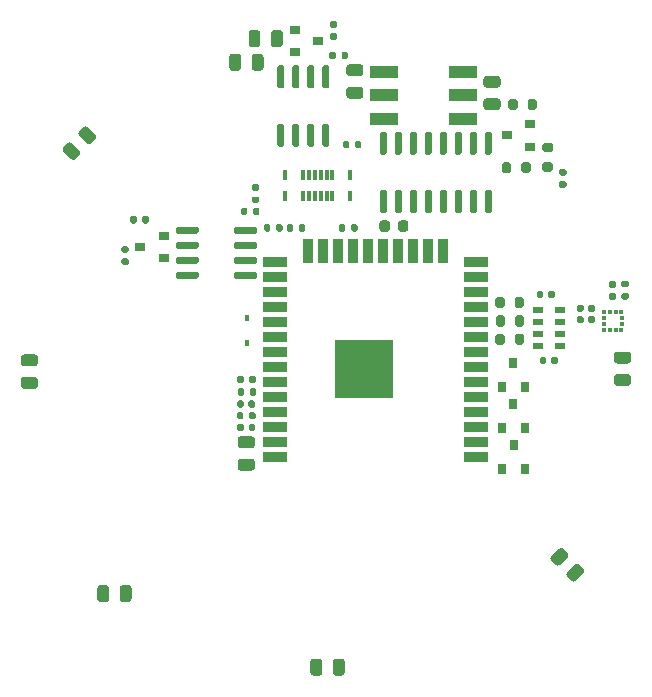
<source format=gbr>
%TF.GenerationSoftware,KiCad,Pcbnew,(5.1.10)-1*%
%TF.CreationDate,2021-12-05T21:12:05-05:00*%
%TF.ProjectId,poi_PCB,706f695f-5043-4422-9e6b-696361645f70,rev?*%
%TF.SameCoordinates,Original*%
%TF.FileFunction,Paste,Bot*%
%TF.FilePolarity,Positive*%
%FSLAX46Y46*%
G04 Gerber Fmt 4.6, Leading zero omitted, Abs format (unit mm)*
G04 Created by KiCad (PCBNEW (5.1.10)-1) date 2021-12-05 21:12:05*
%MOMM*%
%LPD*%
G01*
G04 APERTURE LIST*
%ADD10R,0.800000X0.900000*%
%ADD11R,0.375000X0.350000*%
%ADD12R,0.350000X0.375000*%
%ADD13R,0.300000X0.870000*%
%ADD14R,2.000000X0.900000*%
%ADD15R,0.900000X2.000000*%
%ADD16R,5.000000X5.000000*%
%ADD17R,2.350000X1.000000*%
%ADD18R,0.900000X0.600000*%
%ADD19R,0.900000X0.800000*%
%ADD20R,0.450000X0.600000*%
G04 APERTURE END LIST*
D10*
%TO.C,Q8*%
X123373940Y-83705740D03*
X122423940Y-85705740D03*
X124323940Y-85705740D03*
%TD*%
%TO.C,Q7*%
X123356160Y-80253880D03*
X122406160Y-82253880D03*
X124306160Y-82253880D03*
%TD*%
%TO.C,Q6*%
X123356160Y-76789320D03*
X122406160Y-78789320D03*
X124306160Y-78789320D03*
%TD*%
D11*
%TO.C,U5*%
X130993440Y-72941920D03*
X130993440Y-73441920D03*
X132518440Y-73441920D03*
X132518440Y-72941920D03*
D12*
X131005940Y-73954420D03*
X131005940Y-72429420D03*
X132505940Y-73954420D03*
X132505940Y-72429420D03*
X132005940Y-73954420D03*
X131505940Y-73954420D03*
X132005940Y-72429420D03*
X131505940Y-72429420D03*
%TD*%
D13*
%TO.C,J4*%
X104036000Y-62579000D03*
X109536000Y-62579000D03*
X106536000Y-62579000D03*
X107036000Y-62579000D03*
X106036000Y-62579000D03*
X105536000Y-62579000D03*
X107536000Y-62579000D03*
X108036000Y-62579000D03*
X104036000Y-60849000D03*
X109536000Y-60849000D03*
X106536000Y-60849000D03*
X107036000Y-60849000D03*
X106036000Y-60849000D03*
X105536000Y-60849000D03*
X107536000Y-60849000D03*
X108036000Y-60849000D03*
%TD*%
D14*
%TO.C,U1*%
X120210000Y-84754000D03*
X120210000Y-83484000D03*
X120210000Y-82214000D03*
X120210000Y-80944000D03*
X120210000Y-79674000D03*
X120210000Y-78404000D03*
X120210000Y-77134000D03*
X120210000Y-75864000D03*
X120210000Y-74594000D03*
X120210000Y-73324000D03*
X120210000Y-72054000D03*
X120210000Y-70784000D03*
X120210000Y-69514000D03*
X120210000Y-68244000D03*
D15*
X117425000Y-67244000D03*
X116155000Y-67244000D03*
X114885000Y-67244000D03*
X113615000Y-67244000D03*
X112345000Y-67244000D03*
X111075000Y-67244000D03*
X109805000Y-67244000D03*
X108535000Y-67244000D03*
X107265000Y-67244000D03*
X105995000Y-67244000D03*
D14*
X103210000Y-68244000D03*
X103210000Y-69514000D03*
X103210000Y-70784000D03*
X103210000Y-72054000D03*
X103210000Y-73324000D03*
X103210000Y-74594000D03*
X103210000Y-75864000D03*
X103210000Y-77134000D03*
X103210000Y-78404000D03*
X103210000Y-79674000D03*
X103210000Y-80944000D03*
X103210000Y-82214000D03*
X103210000Y-83484000D03*
X103210000Y-84754000D03*
D16*
X110710000Y-77254000D03*
%TD*%
%TO.C,R23*%
G36*
G01*
X101712400Y-62185400D02*
X101342400Y-62185400D01*
G75*
G02*
X101207400Y-62050400I0J135000D01*
G01*
X101207400Y-61780400D01*
G75*
G02*
X101342400Y-61645400I135000J0D01*
G01*
X101712400Y-61645400D01*
G75*
G02*
X101847400Y-61780400I0J-135000D01*
G01*
X101847400Y-62050400D01*
G75*
G02*
X101712400Y-62185400I-135000J0D01*
G01*
G37*
G36*
G01*
X101712400Y-63205400D02*
X101342400Y-63205400D01*
G75*
G02*
X101207400Y-63070400I0J135000D01*
G01*
X101207400Y-62800400D01*
G75*
G02*
X101342400Y-62665400I135000J0D01*
G01*
X101712400Y-62665400D01*
G75*
G02*
X101847400Y-62800400I0J-135000D01*
G01*
X101847400Y-63070400D01*
G75*
G02*
X101712400Y-63205400I-135000J0D01*
G01*
G37*
%TD*%
%TO.C,R22*%
G36*
G01*
X101312200Y-64111000D02*
X101312200Y-63741000D01*
G75*
G02*
X101447200Y-63606000I135000J0D01*
G01*
X101717200Y-63606000D01*
G75*
G02*
X101852200Y-63741000I0J-135000D01*
G01*
X101852200Y-64111000D01*
G75*
G02*
X101717200Y-64246000I-135000J0D01*
G01*
X101447200Y-64246000D01*
G75*
G02*
X101312200Y-64111000I0J135000D01*
G01*
G37*
G36*
G01*
X100292200Y-64111000D02*
X100292200Y-63741000D01*
G75*
G02*
X100427200Y-63606000I135000J0D01*
G01*
X100697200Y-63606000D01*
G75*
G02*
X100832200Y-63741000I0J-135000D01*
G01*
X100832200Y-64111000D01*
G75*
G02*
X100697200Y-64246000I-135000J0D01*
G01*
X100427200Y-64246000D01*
G75*
G02*
X100292200Y-64111000I0J135000D01*
G01*
G37*
%TD*%
%TO.C,R21*%
G36*
G01*
X100525400Y-77990400D02*
X100525400Y-78360400D01*
G75*
G02*
X100390400Y-78495400I-135000J0D01*
G01*
X100120400Y-78495400D01*
G75*
G02*
X99985400Y-78360400I0J135000D01*
G01*
X99985400Y-77990400D01*
G75*
G02*
X100120400Y-77855400I135000J0D01*
G01*
X100390400Y-77855400D01*
G75*
G02*
X100525400Y-77990400I0J-135000D01*
G01*
G37*
G36*
G01*
X101545400Y-77990400D02*
X101545400Y-78360400D01*
G75*
G02*
X101410400Y-78495400I-135000J0D01*
G01*
X101140400Y-78495400D01*
G75*
G02*
X101005400Y-78360400I0J135000D01*
G01*
X101005400Y-77990400D01*
G75*
G02*
X101140400Y-77855400I135000J0D01*
G01*
X101410400Y-77855400D01*
G75*
G02*
X101545400Y-77990400I0J-135000D01*
G01*
G37*
%TD*%
%TO.C,R16*%
G36*
G01*
X101020601Y-79389399D02*
X101020601Y-79019399D01*
G75*
G02*
X101155601Y-78884399I135000J0D01*
G01*
X101425601Y-78884399D01*
G75*
G02*
X101560601Y-79019399I0J-135000D01*
G01*
X101560601Y-79389399D01*
G75*
G02*
X101425601Y-79524399I-135000J0D01*
G01*
X101155601Y-79524399D01*
G75*
G02*
X101020601Y-79389399I0J135000D01*
G01*
G37*
G36*
G01*
X100000601Y-79389399D02*
X100000601Y-79019399D01*
G75*
G02*
X100135601Y-78884399I135000J0D01*
G01*
X100405601Y-78884399D01*
G75*
G02*
X100540601Y-79019399I0J-135000D01*
G01*
X100540601Y-79389399D01*
G75*
G02*
X100405601Y-79524399I-135000J0D01*
G01*
X100135601Y-79524399D01*
G75*
G02*
X100000601Y-79389399I0J135000D01*
G01*
G37*
%TD*%
D17*
%TO.C,SW3*%
X119084500Y-56093500D03*
X112434500Y-56093500D03*
X119084500Y-54093500D03*
X112434500Y-54093500D03*
X119084500Y-52093500D03*
X112434500Y-52093500D03*
%TD*%
D18*
%TO.C,MK1*%
X125418600Y-75281200D03*
X125418600Y-74281200D03*
X125418600Y-73281200D03*
X125418600Y-72281200D03*
X127318600Y-72281200D03*
X127318600Y-73281200D03*
X127318600Y-74281200D03*
X127318600Y-75281200D03*
%TD*%
D19*
%TO.C,Q4*%
X106836000Y-49514000D03*
X104836000Y-48564000D03*
X104836000Y-50464000D03*
%TD*%
%TO.C,Q2*%
X91739000Y-66923200D03*
X93739000Y-67873200D03*
X93739000Y-65973200D03*
%TD*%
%TO.C,R20*%
G36*
G01*
X131543000Y-70865980D02*
X131913000Y-70865980D01*
G75*
G02*
X132048000Y-71000980I0J-135000D01*
G01*
X132048000Y-71270980D01*
G75*
G02*
X131913000Y-71405980I-135000J0D01*
G01*
X131543000Y-71405980D01*
G75*
G02*
X131408000Y-71270980I0J135000D01*
G01*
X131408000Y-71000980D01*
G75*
G02*
X131543000Y-70865980I135000J0D01*
G01*
G37*
G36*
G01*
X131543000Y-69845980D02*
X131913000Y-69845980D01*
G75*
G02*
X132048000Y-69980980I0J-135000D01*
G01*
X132048000Y-70250980D01*
G75*
G02*
X131913000Y-70385980I-135000J0D01*
G01*
X131543000Y-70385980D01*
G75*
G02*
X131408000Y-70250980I0J135000D01*
G01*
X131408000Y-69980980D01*
G75*
G02*
X131543000Y-69845980I135000J0D01*
G01*
G37*
%TD*%
%TO.C,R19*%
G36*
G01*
X132622500Y-70848200D02*
X132992500Y-70848200D01*
G75*
G02*
X133127500Y-70983200I0J-135000D01*
G01*
X133127500Y-71253200D01*
G75*
G02*
X132992500Y-71388200I-135000J0D01*
G01*
X132622500Y-71388200D01*
G75*
G02*
X132487500Y-71253200I0J135000D01*
G01*
X132487500Y-70983200D01*
G75*
G02*
X132622500Y-70848200I135000J0D01*
G01*
G37*
G36*
G01*
X132622500Y-69828200D02*
X132992500Y-69828200D01*
G75*
G02*
X133127500Y-69963200I0J-135000D01*
G01*
X133127500Y-70233200D01*
G75*
G02*
X132992500Y-70368200I-135000J0D01*
G01*
X132622500Y-70368200D01*
G75*
G02*
X132487500Y-70233200I0J135000D01*
G01*
X132487500Y-69963200D01*
G75*
G02*
X132622500Y-69828200I135000J0D01*
G01*
G37*
%TD*%
%TO.C,C15*%
G36*
G01*
X129292800Y-72925400D02*
X129292800Y-73265400D01*
G75*
G02*
X129152800Y-73405400I-140000J0D01*
G01*
X128872800Y-73405400D01*
G75*
G02*
X128732800Y-73265400I0J140000D01*
G01*
X128732800Y-72925400D01*
G75*
G02*
X128872800Y-72785400I140000J0D01*
G01*
X129152800Y-72785400D01*
G75*
G02*
X129292800Y-72925400I0J-140000D01*
G01*
G37*
G36*
G01*
X130252800Y-72925400D02*
X130252800Y-73265400D01*
G75*
G02*
X130112800Y-73405400I-140000J0D01*
G01*
X129832800Y-73405400D01*
G75*
G02*
X129692800Y-73265400I0J140000D01*
G01*
X129692800Y-72925400D01*
G75*
G02*
X129832800Y-72785400I140000J0D01*
G01*
X130112800Y-72785400D01*
G75*
G02*
X130252800Y-72925400I0J-140000D01*
G01*
G37*
%TD*%
%TO.C,C13*%
G36*
G01*
X129292800Y-71960200D02*
X129292800Y-72300200D01*
G75*
G02*
X129152800Y-72440200I-140000J0D01*
G01*
X128872800Y-72440200D01*
G75*
G02*
X128732800Y-72300200I0J140000D01*
G01*
X128732800Y-71960200D01*
G75*
G02*
X128872800Y-71820200I140000J0D01*
G01*
X129152800Y-71820200D01*
G75*
G02*
X129292800Y-71960200I0J-140000D01*
G01*
G37*
G36*
G01*
X130252800Y-71960200D02*
X130252800Y-72300200D01*
G75*
G02*
X130112800Y-72440200I-140000J0D01*
G01*
X129832800Y-72440200D01*
G75*
G02*
X129692800Y-72300200I0J140000D01*
G01*
X129692800Y-71960200D01*
G75*
G02*
X129832800Y-71820200I140000J0D01*
G01*
X130112800Y-71820200D01*
G75*
G02*
X130252800Y-71960200I0J-140000D01*
G01*
G37*
%TD*%
%TO.C,R18*%
G36*
G01*
X108323200Y-50533000D02*
X108323200Y-50903000D01*
G75*
G02*
X108188200Y-51038000I-135000J0D01*
G01*
X107918200Y-51038000D01*
G75*
G02*
X107783200Y-50903000I0J135000D01*
G01*
X107783200Y-50533000D01*
G75*
G02*
X107918200Y-50398000I135000J0D01*
G01*
X108188200Y-50398000D01*
G75*
G02*
X108323200Y-50533000I0J-135000D01*
G01*
G37*
G36*
G01*
X109343200Y-50533000D02*
X109343200Y-50903000D01*
G75*
G02*
X109208200Y-51038000I-135000J0D01*
G01*
X108938200Y-51038000D01*
G75*
G02*
X108803200Y-50903000I0J135000D01*
G01*
X108803200Y-50533000D01*
G75*
G02*
X108938200Y-50398000I135000J0D01*
G01*
X109208200Y-50398000D01*
G75*
G02*
X109343200Y-50533000I0J-135000D01*
G01*
G37*
%TD*%
%TO.C,R17*%
G36*
G01*
X107921000Y-48849800D02*
X108291000Y-48849800D01*
G75*
G02*
X108426000Y-48984800I0J-135000D01*
G01*
X108426000Y-49254800D01*
G75*
G02*
X108291000Y-49389800I-135000J0D01*
G01*
X107921000Y-49389800D01*
G75*
G02*
X107786000Y-49254800I0J135000D01*
G01*
X107786000Y-48984800D01*
G75*
G02*
X107921000Y-48849800I135000J0D01*
G01*
G37*
G36*
G01*
X107921000Y-47829800D02*
X108291000Y-47829800D01*
G75*
G02*
X108426000Y-47964800I0J-135000D01*
G01*
X108426000Y-48234800D01*
G75*
G02*
X108291000Y-48369800I-135000J0D01*
G01*
X107921000Y-48369800D01*
G75*
G02*
X107786000Y-48234800I0J135000D01*
G01*
X107786000Y-47964800D01*
G75*
G02*
X107921000Y-47829800I135000J0D01*
G01*
G37*
%TD*%
%TO.C,R13*%
G36*
G01*
X90293400Y-67899800D02*
X90663400Y-67899800D01*
G75*
G02*
X90798400Y-68034800I0J-135000D01*
G01*
X90798400Y-68304800D01*
G75*
G02*
X90663400Y-68439800I-135000J0D01*
G01*
X90293400Y-68439800D01*
G75*
G02*
X90158400Y-68304800I0J135000D01*
G01*
X90158400Y-68034800D01*
G75*
G02*
X90293400Y-67899800I135000J0D01*
G01*
G37*
G36*
G01*
X90293400Y-66879800D02*
X90663400Y-66879800D01*
G75*
G02*
X90798400Y-67014800I0J-135000D01*
G01*
X90798400Y-67284800D01*
G75*
G02*
X90663400Y-67419800I-135000J0D01*
G01*
X90293400Y-67419800D01*
G75*
G02*
X90158400Y-67284800I0J135000D01*
G01*
X90158400Y-67014800D01*
G75*
G02*
X90293400Y-66879800I135000J0D01*
G01*
G37*
%TD*%
%TO.C,R11*%
G36*
G01*
X91937600Y-64822200D02*
X91937600Y-64452200D01*
G75*
G02*
X92072600Y-64317200I135000J0D01*
G01*
X92342600Y-64317200D01*
G75*
G02*
X92477600Y-64452200I0J-135000D01*
G01*
X92477600Y-64822200D01*
G75*
G02*
X92342600Y-64957200I-135000J0D01*
G01*
X92072600Y-64957200D01*
G75*
G02*
X91937600Y-64822200I0J135000D01*
G01*
G37*
G36*
G01*
X90917600Y-64822200D02*
X90917600Y-64452200D01*
G75*
G02*
X91052600Y-64317200I135000J0D01*
G01*
X91322600Y-64317200D01*
G75*
G02*
X91457600Y-64452200I0J-135000D01*
G01*
X91457600Y-64822200D01*
G75*
G02*
X91322600Y-64957200I-135000J0D01*
G01*
X91052600Y-64957200D01*
G75*
G02*
X90917600Y-64822200I0J135000D01*
G01*
G37*
%TD*%
D20*
%TO.C,D10*%
X100786000Y-75064000D03*
X100786000Y-72964000D03*
%TD*%
%TO.C,Q5*%
G36*
G01*
X103511000Y-56514000D02*
X103811000Y-56514000D01*
G75*
G02*
X103961000Y-56664000I0J-150000D01*
G01*
X103961000Y-58314000D01*
G75*
G02*
X103811000Y-58464000I-150000J0D01*
G01*
X103511000Y-58464000D01*
G75*
G02*
X103361000Y-58314000I0J150000D01*
G01*
X103361000Y-56664000D01*
G75*
G02*
X103511000Y-56514000I150000J0D01*
G01*
G37*
G36*
G01*
X104781000Y-56514000D02*
X105081000Y-56514000D01*
G75*
G02*
X105231000Y-56664000I0J-150000D01*
G01*
X105231000Y-58314000D01*
G75*
G02*
X105081000Y-58464000I-150000J0D01*
G01*
X104781000Y-58464000D01*
G75*
G02*
X104631000Y-58314000I0J150000D01*
G01*
X104631000Y-56664000D01*
G75*
G02*
X104781000Y-56514000I150000J0D01*
G01*
G37*
G36*
G01*
X106051000Y-56514000D02*
X106351000Y-56514000D01*
G75*
G02*
X106501000Y-56664000I0J-150000D01*
G01*
X106501000Y-58314000D01*
G75*
G02*
X106351000Y-58464000I-150000J0D01*
G01*
X106051000Y-58464000D01*
G75*
G02*
X105901000Y-58314000I0J150000D01*
G01*
X105901000Y-56664000D01*
G75*
G02*
X106051000Y-56514000I150000J0D01*
G01*
G37*
G36*
G01*
X107321000Y-56514000D02*
X107621000Y-56514000D01*
G75*
G02*
X107771000Y-56664000I0J-150000D01*
G01*
X107771000Y-58314000D01*
G75*
G02*
X107621000Y-58464000I-150000J0D01*
G01*
X107321000Y-58464000D01*
G75*
G02*
X107171000Y-58314000I0J150000D01*
G01*
X107171000Y-56664000D01*
G75*
G02*
X107321000Y-56514000I150000J0D01*
G01*
G37*
G36*
G01*
X107321000Y-51564000D02*
X107621000Y-51564000D01*
G75*
G02*
X107771000Y-51714000I0J-150000D01*
G01*
X107771000Y-53364000D01*
G75*
G02*
X107621000Y-53514000I-150000J0D01*
G01*
X107321000Y-53514000D01*
G75*
G02*
X107171000Y-53364000I0J150000D01*
G01*
X107171000Y-51714000D01*
G75*
G02*
X107321000Y-51564000I150000J0D01*
G01*
G37*
G36*
G01*
X106051000Y-51564000D02*
X106351000Y-51564000D01*
G75*
G02*
X106501000Y-51714000I0J-150000D01*
G01*
X106501000Y-53364000D01*
G75*
G02*
X106351000Y-53514000I-150000J0D01*
G01*
X106051000Y-53514000D01*
G75*
G02*
X105901000Y-53364000I0J150000D01*
G01*
X105901000Y-51714000D01*
G75*
G02*
X106051000Y-51564000I150000J0D01*
G01*
G37*
G36*
G01*
X104781000Y-51564000D02*
X105081000Y-51564000D01*
G75*
G02*
X105231000Y-51714000I0J-150000D01*
G01*
X105231000Y-53364000D01*
G75*
G02*
X105081000Y-53514000I-150000J0D01*
G01*
X104781000Y-53514000D01*
G75*
G02*
X104631000Y-53364000I0J150000D01*
G01*
X104631000Y-51714000D01*
G75*
G02*
X104781000Y-51564000I150000J0D01*
G01*
G37*
G36*
G01*
X103511000Y-51564000D02*
X103811000Y-51564000D01*
G75*
G02*
X103961000Y-51714000I0J-150000D01*
G01*
X103961000Y-53364000D01*
G75*
G02*
X103811000Y-53514000I-150000J0D01*
G01*
X103511000Y-53514000D01*
G75*
G02*
X103361000Y-53364000I0J150000D01*
G01*
X103361000Y-51714000D01*
G75*
G02*
X103511000Y-51564000I150000J0D01*
G01*
G37*
%TD*%
%TO.C,Q1*%
G36*
G01*
X99700000Y-69486200D02*
X99700000Y-69186200D01*
G75*
G02*
X99850000Y-69036200I150000J0D01*
G01*
X101500000Y-69036200D01*
G75*
G02*
X101650000Y-69186200I0J-150000D01*
G01*
X101650000Y-69486200D01*
G75*
G02*
X101500000Y-69636200I-150000J0D01*
G01*
X99850000Y-69636200D01*
G75*
G02*
X99700000Y-69486200I0J150000D01*
G01*
G37*
G36*
G01*
X99700000Y-68216200D02*
X99700000Y-67916200D01*
G75*
G02*
X99850000Y-67766200I150000J0D01*
G01*
X101500000Y-67766200D01*
G75*
G02*
X101650000Y-67916200I0J-150000D01*
G01*
X101650000Y-68216200D01*
G75*
G02*
X101500000Y-68366200I-150000J0D01*
G01*
X99850000Y-68366200D01*
G75*
G02*
X99700000Y-68216200I0J150000D01*
G01*
G37*
G36*
G01*
X99700000Y-66946200D02*
X99700000Y-66646200D01*
G75*
G02*
X99850000Y-66496200I150000J0D01*
G01*
X101500000Y-66496200D01*
G75*
G02*
X101650000Y-66646200I0J-150000D01*
G01*
X101650000Y-66946200D01*
G75*
G02*
X101500000Y-67096200I-150000J0D01*
G01*
X99850000Y-67096200D01*
G75*
G02*
X99700000Y-66946200I0J150000D01*
G01*
G37*
G36*
G01*
X99700000Y-65676200D02*
X99700000Y-65376200D01*
G75*
G02*
X99850000Y-65226200I150000J0D01*
G01*
X101500000Y-65226200D01*
G75*
G02*
X101650000Y-65376200I0J-150000D01*
G01*
X101650000Y-65676200D01*
G75*
G02*
X101500000Y-65826200I-150000J0D01*
G01*
X99850000Y-65826200D01*
G75*
G02*
X99700000Y-65676200I0J150000D01*
G01*
G37*
G36*
G01*
X94750000Y-65676200D02*
X94750000Y-65376200D01*
G75*
G02*
X94900000Y-65226200I150000J0D01*
G01*
X96550000Y-65226200D01*
G75*
G02*
X96700000Y-65376200I0J-150000D01*
G01*
X96700000Y-65676200D01*
G75*
G02*
X96550000Y-65826200I-150000J0D01*
G01*
X94900000Y-65826200D01*
G75*
G02*
X94750000Y-65676200I0J150000D01*
G01*
G37*
G36*
G01*
X94750000Y-66946200D02*
X94750000Y-66646200D01*
G75*
G02*
X94900000Y-66496200I150000J0D01*
G01*
X96550000Y-66496200D01*
G75*
G02*
X96700000Y-66646200I0J-150000D01*
G01*
X96700000Y-66946200D01*
G75*
G02*
X96550000Y-67096200I-150000J0D01*
G01*
X94900000Y-67096200D01*
G75*
G02*
X94750000Y-66946200I0J150000D01*
G01*
G37*
G36*
G01*
X94750000Y-68216200D02*
X94750000Y-67916200D01*
G75*
G02*
X94900000Y-67766200I150000J0D01*
G01*
X96550000Y-67766200D01*
G75*
G02*
X96700000Y-67916200I0J-150000D01*
G01*
X96700000Y-68216200D01*
G75*
G02*
X96550000Y-68366200I-150000J0D01*
G01*
X94900000Y-68366200D01*
G75*
G02*
X94750000Y-68216200I0J150000D01*
G01*
G37*
G36*
G01*
X94750000Y-69486200D02*
X94750000Y-69186200D01*
G75*
G02*
X94900000Y-69036200I150000J0D01*
G01*
X96550000Y-69036200D01*
G75*
G02*
X96700000Y-69186200I0J-150000D01*
G01*
X96700000Y-69486200D01*
G75*
G02*
X96550000Y-69636200I-150000J0D01*
G01*
X94900000Y-69636200D01*
G75*
G02*
X94750000Y-69486200I0J150000D01*
G01*
G37*
%TD*%
%TO.C,R9*%
G36*
G01*
X123466200Y-75021400D02*
X123466200Y-74471400D01*
G75*
G02*
X123666200Y-74271400I200000J0D01*
G01*
X124066200Y-74271400D01*
G75*
G02*
X124266200Y-74471400I0J-200000D01*
G01*
X124266200Y-75021400D01*
G75*
G02*
X124066200Y-75221400I-200000J0D01*
G01*
X123666200Y-75221400D01*
G75*
G02*
X123466200Y-75021400I0J200000D01*
G01*
G37*
G36*
G01*
X121816200Y-75021400D02*
X121816200Y-74471400D01*
G75*
G02*
X122016200Y-74271400I200000J0D01*
G01*
X122416200Y-74271400D01*
G75*
G02*
X122616200Y-74471400I0J-200000D01*
G01*
X122616200Y-75021400D01*
G75*
G02*
X122416200Y-75221400I-200000J0D01*
G01*
X122016200Y-75221400D01*
G75*
G02*
X121816200Y-75021400I0J200000D01*
G01*
G37*
%TD*%
%TO.C,R8*%
G36*
G01*
X124253000Y-71372600D02*
X124253000Y-71922600D01*
G75*
G02*
X124053000Y-72122600I-200000J0D01*
G01*
X123653000Y-72122600D01*
G75*
G02*
X123453000Y-71922600I0J200000D01*
G01*
X123453000Y-71372600D01*
G75*
G02*
X123653000Y-71172600I200000J0D01*
G01*
X124053000Y-71172600D01*
G75*
G02*
X124253000Y-71372600I0J-200000D01*
G01*
G37*
G36*
G01*
X122603000Y-71372600D02*
X122603000Y-71922600D01*
G75*
G02*
X122403000Y-72122600I-200000J0D01*
G01*
X122003000Y-72122600D01*
G75*
G02*
X121803000Y-71922600I0J200000D01*
G01*
X121803000Y-71372600D01*
G75*
G02*
X122003000Y-71172600I200000J0D01*
G01*
X122403000Y-71172600D01*
G75*
G02*
X122603000Y-71372600I0J-200000D01*
G01*
G37*
%TD*%
%TO.C,R7*%
G36*
G01*
X122641600Y-72922000D02*
X122641600Y-73472000D01*
G75*
G02*
X122441600Y-73672000I-200000J0D01*
G01*
X122041600Y-73672000D01*
G75*
G02*
X121841600Y-73472000I0J200000D01*
G01*
X121841600Y-72922000D01*
G75*
G02*
X122041600Y-72722000I200000J0D01*
G01*
X122441600Y-72722000D01*
G75*
G02*
X122641600Y-72922000I0J-200000D01*
G01*
G37*
G36*
G01*
X124291600Y-72922000D02*
X124291600Y-73472000D01*
G75*
G02*
X124091600Y-73672000I-200000J0D01*
G01*
X123691600Y-73672000D01*
G75*
G02*
X123491600Y-73472000I0J200000D01*
G01*
X123491600Y-72922000D01*
G75*
G02*
X123691600Y-72722000I200000J0D01*
G01*
X124091600Y-72722000D01*
G75*
G02*
X124291600Y-72922000I0J-200000D01*
G01*
G37*
%TD*%
%TO.C,R5*%
G36*
G01*
X109136000Y-65138000D02*
X109136000Y-65508000D01*
G75*
G02*
X109001000Y-65643000I-135000J0D01*
G01*
X108731000Y-65643000D01*
G75*
G02*
X108596000Y-65508000I0J135000D01*
G01*
X108596000Y-65138000D01*
G75*
G02*
X108731000Y-65003000I135000J0D01*
G01*
X109001000Y-65003000D01*
G75*
G02*
X109136000Y-65138000I0J-135000D01*
G01*
G37*
G36*
G01*
X110156000Y-65138000D02*
X110156000Y-65508000D01*
G75*
G02*
X110021000Y-65643000I-135000J0D01*
G01*
X109751000Y-65643000D01*
G75*
G02*
X109616000Y-65508000I0J135000D01*
G01*
X109616000Y-65138000D01*
G75*
G02*
X109751000Y-65003000I135000J0D01*
G01*
X110021000Y-65003000D01*
G75*
G02*
X110156000Y-65138000I0J-135000D01*
G01*
G37*
%TD*%
%TO.C,D1*%
G36*
G01*
X112886800Y-64914350D02*
X112886800Y-65426850D01*
G75*
G02*
X112668050Y-65645600I-218750J0D01*
G01*
X112230550Y-65645600D01*
G75*
G02*
X112011800Y-65426850I0J218750D01*
G01*
X112011800Y-64914350D01*
G75*
G02*
X112230550Y-64695600I218750J0D01*
G01*
X112668050Y-64695600D01*
G75*
G02*
X112886800Y-64914350I0J-218750D01*
G01*
G37*
G36*
G01*
X114461800Y-64914350D02*
X114461800Y-65426850D01*
G75*
G02*
X114243050Y-65645600I-218750J0D01*
G01*
X113805550Y-65645600D01*
G75*
G02*
X113586800Y-65426850I0J218750D01*
G01*
X113586800Y-64914350D01*
G75*
G02*
X113805550Y-64695600I218750J0D01*
G01*
X114243050Y-64695600D01*
G75*
G02*
X114461800Y-64914350I0J-218750D01*
G01*
G37*
%TD*%
%TO.C,C3*%
G36*
G01*
X126291800Y-71131800D02*
X126291800Y-70791800D01*
G75*
G02*
X126431800Y-70651800I140000J0D01*
G01*
X126711800Y-70651800D01*
G75*
G02*
X126851800Y-70791800I0J-140000D01*
G01*
X126851800Y-71131800D01*
G75*
G02*
X126711800Y-71271800I-140000J0D01*
G01*
X126431800Y-71271800D01*
G75*
G02*
X126291800Y-71131800I0J140000D01*
G01*
G37*
G36*
G01*
X125331800Y-71131800D02*
X125331800Y-70791800D01*
G75*
G02*
X125471800Y-70651800I140000J0D01*
G01*
X125751800Y-70651800D01*
G75*
G02*
X125891800Y-70791800I0J-140000D01*
G01*
X125891800Y-71131800D01*
G75*
G02*
X125751800Y-71271800I-140000J0D01*
G01*
X125471800Y-71271800D01*
G75*
G02*
X125331800Y-71131800I0J140000D01*
G01*
G37*
%TD*%
%TO.C,C2*%
G36*
G01*
X126145800Y-76379800D02*
X126145800Y-76719800D01*
G75*
G02*
X126005800Y-76859800I-140000J0D01*
G01*
X125725800Y-76859800D01*
G75*
G02*
X125585800Y-76719800I0J140000D01*
G01*
X125585800Y-76379800D01*
G75*
G02*
X125725800Y-76239800I140000J0D01*
G01*
X126005800Y-76239800D01*
G75*
G02*
X126145800Y-76379800I0J-140000D01*
G01*
G37*
G36*
G01*
X127105800Y-76379800D02*
X127105800Y-76719800D01*
G75*
G02*
X126965800Y-76859800I-140000J0D01*
G01*
X126685800Y-76859800D01*
G75*
G02*
X126545800Y-76719800I0J140000D01*
G01*
X126545800Y-76379800D01*
G75*
G02*
X126685800Y-76239800I140000J0D01*
G01*
X126965800Y-76239800D01*
G75*
G02*
X127105800Y-76379800I0J-140000D01*
G01*
G37*
%TD*%
%TO.C,R2*%
G36*
G01*
X127352000Y-61372000D02*
X127722000Y-61372000D01*
G75*
G02*
X127857000Y-61507000I0J-135000D01*
G01*
X127857000Y-61777000D01*
G75*
G02*
X127722000Y-61912000I-135000J0D01*
G01*
X127352000Y-61912000D01*
G75*
G02*
X127217000Y-61777000I0J135000D01*
G01*
X127217000Y-61507000D01*
G75*
G02*
X127352000Y-61372000I135000J0D01*
G01*
G37*
G36*
G01*
X127352000Y-60352000D02*
X127722000Y-60352000D01*
G75*
G02*
X127857000Y-60487000I0J-135000D01*
G01*
X127857000Y-60757000D01*
G75*
G02*
X127722000Y-60892000I-135000J0D01*
G01*
X127352000Y-60892000D01*
G75*
G02*
X127217000Y-60757000I0J135000D01*
G01*
X127217000Y-60487000D01*
G75*
G02*
X127352000Y-60352000I135000J0D01*
G01*
G37*
%TD*%
%TO.C,R6*%
G36*
G01*
X125992000Y-59779000D02*
X126542000Y-59779000D01*
G75*
G02*
X126742000Y-59979000I0J-200000D01*
G01*
X126742000Y-60379000D01*
G75*
G02*
X126542000Y-60579000I-200000J0D01*
G01*
X125992000Y-60579000D01*
G75*
G02*
X125792000Y-60379000I0J200000D01*
G01*
X125792000Y-59979000D01*
G75*
G02*
X125992000Y-59779000I200000J0D01*
G01*
G37*
G36*
G01*
X125992000Y-58129000D02*
X126542000Y-58129000D01*
G75*
G02*
X126742000Y-58329000I0J-200000D01*
G01*
X126742000Y-58729000D01*
G75*
G02*
X126542000Y-58929000I-200000J0D01*
G01*
X125992000Y-58929000D01*
G75*
G02*
X125792000Y-58729000I0J200000D01*
G01*
X125792000Y-58329000D01*
G75*
G02*
X125992000Y-58129000I200000J0D01*
G01*
G37*
%TD*%
%TO.C,C1*%
G36*
G01*
X100514600Y-80062800D02*
X100514600Y-80402800D01*
G75*
G02*
X100374600Y-80542800I-140000J0D01*
G01*
X100094600Y-80542800D01*
G75*
G02*
X99954600Y-80402800I0J140000D01*
G01*
X99954600Y-80062800D01*
G75*
G02*
X100094600Y-79922800I140000J0D01*
G01*
X100374600Y-79922800D01*
G75*
G02*
X100514600Y-80062800I0J-140000D01*
G01*
G37*
G36*
G01*
X101474600Y-80062800D02*
X101474600Y-80402800D01*
G75*
G02*
X101334600Y-80542800I-140000J0D01*
G01*
X101054600Y-80542800D01*
G75*
G02*
X100914600Y-80402800I0J140000D01*
G01*
X100914600Y-80062800D01*
G75*
G02*
X101054600Y-79922800I140000J0D01*
G01*
X101334600Y-79922800D01*
G75*
G02*
X101474600Y-80062800I0J-140000D01*
G01*
G37*
%TD*%
%TO.C,U2*%
G36*
G01*
X112191000Y-62114000D02*
X112491000Y-62114000D01*
G75*
G02*
X112641000Y-62264000I0J-150000D01*
G01*
X112641000Y-63914000D01*
G75*
G02*
X112491000Y-64064000I-150000J0D01*
G01*
X112191000Y-64064000D01*
G75*
G02*
X112041000Y-63914000I0J150000D01*
G01*
X112041000Y-62264000D01*
G75*
G02*
X112191000Y-62114000I150000J0D01*
G01*
G37*
G36*
G01*
X113461000Y-62114000D02*
X113761000Y-62114000D01*
G75*
G02*
X113911000Y-62264000I0J-150000D01*
G01*
X113911000Y-63914000D01*
G75*
G02*
X113761000Y-64064000I-150000J0D01*
G01*
X113461000Y-64064000D01*
G75*
G02*
X113311000Y-63914000I0J150000D01*
G01*
X113311000Y-62264000D01*
G75*
G02*
X113461000Y-62114000I150000J0D01*
G01*
G37*
G36*
G01*
X114731000Y-62114000D02*
X115031000Y-62114000D01*
G75*
G02*
X115181000Y-62264000I0J-150000D01*
G01*
X115181000Y-63914000D01*
G75*
G02*
X115031000Y-64064000I-150000J0D01*
G01*
X114731000Y-64064000D01*
G75*
G02*
X114581000Y-63914000I0J150000D01*
G01*
X114581000Y-62264000D01*
G75*
G02*
X114731000Y-62114000I150000J0D01*
G01*
G37*
G36*
G01*
X116001000Y-62114000D02*
X116301000Y-62114000D01*
G75*
G02*
X116451000Y-62264000I0J-150000D01*
G01*
X116451000Y-63914000D01*
G75*
G02*
X116301000Y-64064000I-150000J0D01*
G01*
X116001000Y-64064000D01*
G75*
G02*
X115851000Y-63914000I0J150000D01*
G01*
X115851000Y-62264000D01*
G75*
G02*
X116001000Y-62114000I150000J0D01*
G01*
G37*
G36*
G01*
X117271000Y-62114000D02*
X117571000Y-62114000D01*
G75*
G02*
X117721000Y-62264000I0J-150000D01*
G01*
X117721000Y-63914000D01*
G75*
G02*
X117571000Y-64064000I-150000J0D01*
G01*
X117271000Y-64064000D01*
G75*
G02*
X117121000Y-63914000I0J150000D01*
G01*
X117121000Y-62264000D01*
G75*
G02*
X117271000Y-62114000I150000J0D01*
G01*
G37*
G36*
G01*
X118541000Y-62114000D02*
X118841000Y-62114000D01*
G75*
G02*
X118991000Y-62264000I0J-150000D01*
G01*
X118991000Y-63914000D01*
G75*
G02*
X118841000Y-64064000I-150000J0D01*
G01*
X118541000Y-64064000D01*
G75*
G02*
X118391000Y-63914000I0J150000D01*
G01*
X118391000Y-62264000D01*
G75*
G02*
X118541000Y-62114000I150000J0D01*
G01*
G37*
G36*
G01*
X119811000Y-62114000D02*
X120111000Y-62114000D01*
G75*
G02*
X120261000Y-62264000I0J-150000D01*
G01*
X120261000Y-63914000D01*
G75*
G02*
X120111000Y-64064000I-150000J0D01*
G01*
X119811000Y-64064000D01*
G75*
G02*
X119661000Y-63914000I0J150000D01*
G01*
X119661000Y-62264000D01*
G75*
G02*
X119811000Y-62114000I150000J0D01*
G01*
G37*
G36*
G01*
X121081000Y-62114000D02*
X121381000Y-62114000D01*
G75*
G02*
X121531000Y-62264000I0J-150000D01*
G01*
X121531000Y-63914000D01*
G75*
G02*
X121381000Y-64064000I-150000J0D01*
G01*
X121081000Y-64064000D01*
G75*
G02*
X120931000Y-63914000I0J150000D01*
G01*
X120931000Y-62264000D01*
G75*
G02*
X121081000Y-62114000I150000J0D01*
G01*
G37*
G36*
G01*
X121081000Y-57164000D02*
X121381000Y-57164000D01*
G75*
G02*
X121531000Y-57314000I0J-150000D01*
G01*
X121531000Y-58964000D01*
G75*
G02*
X121381000Y-59114000I-150000J0D01*
G01*
X121081000Y-59114000D01*
G75*
G02*
X120931000Y-58964000I0J150000D01*
G01*
X120931000Y-57314000D01*
G75*
G02*
X121081000Y-57164000I150000J0D01*
G01*
G37*
G36*
G01*
X119811000Y-57164000D02*
X120111000Y-57164000D01*
G75*
G02*
X120261000Y-57314000I0J-150000D01*
G01*
X120261000Y-58964000D01*
G75*
G02*
X120111000Y-59114000I-150000J0D01*
G01*
X119811000Y-59114000D01*
G75*
G02*
X119661000Y-58964000I0J150000D01*
G01*
X119661000Y-57314000D01*
G75*
G02*
X119811000Y-57164000I150000J0D01*
G01*
G37*
G36*
G01*
X118541000Y-57164000D02*
X118841000Y-57164000D01*
G75*
G02*
X118991000Y-57314000I0J-150000D01*
G01*
X118991000Y-58964000D01*
G75*
G02*
X118841000Y-59114000I-150000J0D01*
G01*
X118541000Y-59114000D01*
G75*
G02*
X118391000Y-58964000I0J150000D01*
G01*
X118391000Y-57314000D01*
G75*
G02*
X118541000Y-57164000I150000J0D01*
G01*
G37*
G36*
G01*
X117271000Y-57164000D02*
X117571000Y-57164000D01*
G75*
G02*
X117721000Y-57314000I0J-150000D01*
G01*
X117721000Y-58964000D01*
G75*
G02*
X117571000Y-59114000I-150000J0D01*
G01*
X117271000Y-59114000D01*
G75*
G02*
X117121000Y-58964000I0J150000D01*
G01*
X117121000Y-57314000D01*
G75*
G02*
X117271000Y-57164000I150000J0D01*
G01*
G37*
G36*
G01*
X116001000Y-57164000D02*
X116301000Y-57164000D01*
G75*
G02*
X116451000Y-57314000I0J-150000D01*
G01*
X116451000Y-58964000D01*
G75*
G02*
X116301000Y-59114000I-150000J0D01*
G01*
X116001000Y-59114000D01*
G75*
G02*
X115851000Y-58964000I0J150000D01*
G01*
X115851000Y-57314000D01*
G75*
G02*
X116001000Y-57164000I150000J0D01*
G01*
G37*
G36*
G01*
X114731000Y-57164000D02*
X115031000Y-57164000D01*
G75*
G02*
X115181000Y-57314000I0J-150000D01*
G01*
X115181000Y-58964000D01*
G75*
G02*
X115031000Y-59114000I-150000J0D01*
G01*
X114731000Y-59114000D01*
G75*
G02*
X114581000Y-58964000I0J150000D01*
G01*
X114581000Y-57314000D01*
G75*
G02*
X114731000Y-57164000I150000J0D01*
G01*
G37*
G36*
G01*
X113461000Y-57164000D02*
X113761000Y-57164000D01*
G75*
G02*
X113911000Y-57314000I0J-150000D01*
G01*
X113911000Y-58964000D01*
G75*
G02*
X113761000Y-59114000I-150000J0D01*
G01*
X113461000Y-59114000D01*
G75*
G02*
X113311000Y-58964000I0J150000D01*
G01*
X113311000Y-57314000D01*
G75*
G02*
X113461000Y-57164000I150000J0D01*
G01*
G37*
G36*
G01*
X112191000Y-57164000D02*
X112491000Y-57164000D01*
G75*
G02*
X112641000Y-57314000I0J-150000D01*
G01*
X112641000Y-58964000D01*
G75*
G02*
X112491000Y-59114000I-150000J0D01*
G01*
X112191000Y-59114000D01*
G75*
G02*
X112041000Y-58964000I0J150000D01*
G01*
X112041000Y-57314000D01*
G75*
G02*
X112191000Y-57164000I150000J0D01*
G01*
G37*
%TD*%
%TO.C,R15*%
G36*
G01*
X124022000Y-60515000D02*
X124022000Y-59965000D01*
G75*
G02*
X124222000Y-59765000I200000J0D01*
G01*
X124622000Y-59765000D01*
G75*
G02*
X124822000Y-59965000I0J-200000D01*
G01*
X124822000Y-60515000D01*
G75*
G02*
X124622000Y-60715000I-200000J0D01*
G01*
X124222000Y-60715000D01*
G75*
G02*
X124022000Y-60515000I0J200000D01*
G01*
G37*
G36*
G01*
X122372000Y-60515000D02*
X122372000Y-59965000D01*
G75*
G02*
X122572000Y-59765000I200000J0D01*
G01*
X122972000Y-59765000D01*
G75*
G02*
X123172000Y-59965000I0J-200000D01*
G01*
X123172000Y-60515000D01*
G75*
G02*
X122972000Y-60715000I-200000J0D01*
G01*
X122572000Y-60715000D01*
G75*
G02*
X122372000Y-60515000I0J200000D01*
G01*
G37*
%TD*%
%TO.C,R14*%
G36*
G01*
X123708400Y-54608600D02*
X123708400Y-55158600D01*
G75*
G02*
X123508400Y-55358600I-200000J0D01*
G01*
X123108400Y-55358600D01*
G75*
G02*
X122908400Y-55158600I0J200000D01*
G01*
X122908400Y-54608600D01*
G75*
G02*
X123108400Y-54408600I200000J0D01*
G01*
X123508400Y-54408600D01*
G75*
G02*
X123708400Y-54608600I0J-200000D01*
G01*
G37*
G36*
G01*
X125358400Y-54608600D02*
X125358400Y-55158600D01*
G75*
G02*
X125158400Y-55358600I-200000J0D01*
G01*
X124758400Y-55358600D01*
G75*
G02*
X124558400Y-55158600I0J200000D01*
G01*
X124558400Y-54608600D01*
G75*
G02*
X124758400Y-54408600I200000J0D01*
G01*
X125158400Y-54408600D01*
G75*
G02*
X125358400Y-54608600I0J-200000D01*
G01*
G37*
%TD*%
D19*
%TO.C,Q3*%
X122772000Y-57490000D03*
X124772000Y-58440000D03*
X124772000Y-56540000D03*
%TD*%
%TO.C,C18*%
G36*
G01*
X107173400Y-102033600D02*
X107173400Y-102983600D01*
G75*
G02*
X106923400Y-103233600I-250000J0D01*
G01*
X106423400Y-103233600D01*
G75*
G02*
X106173400Y-102983600I0J250000D01*
G01*
X106173400Y-102033600D01*
G75*
G02*
X106423400Y-101783600I250000J0D01*
G01*
X106923400Y-101783600D01*
G75*
G02*
X107173400Y-102033600I0J-250000D01*
G01*
G37*
G36*
G01*
X109073400Y-102033600D02*
X109073400Y-102983600D01*
G75*
G02*
X108823400Y-103233600I-250000J0D01*
G01*
X108323400Y-103233600D01*
G75*
G02*
X108073400Y-102983600I0J250000D01*
G01*
X108073400Y-102033600D01*
G75*
G02*
X108323400Y-101783600I250000J0D01*
G01*
X108823400Y-101783600D01*
G75*
G02*
X109073400Y-102033600I0J-250000D01*
G01*
G37*
%TD*%
%TO.C,C17*%
G36*
G01*
X89124200Y-95810600D02*
X89124200Y-96760600D01*
G75*
G02*
X88874200Y-97010600I-250000J0D01*
G01*
X88374200Y-97010600D01*
G75*
G02*
X88124200Y-96760600I0J250000D01*
G01*
X88124200Y-95810600D01*
G75*
G02*
X88374200Y-95560600I250000J0D01*
G01*
X88874200Y-95560600D01*
G75*
G02*
X89124200Y-95810600I0J-250000D01*
G01*
G37*
G36*
G01*
X91024200Y-95810600D02*
X91024200Y-96760600D01*
G75*
G02*
X90774200Y-97010600I-250000J0D01*
G01*
X90274200Y-97010600D01*
G75*
G02*
X90024200Y-96760600I0J250000D01*
G01*
X90024200Y-95810600D01*
G75*
G02*
X90274200Y-95560600I250000J0D01*
G01*
X90774200Y-95560600D01*
G75*
G02*
X91024200Y-95810600I0J-250000D01*
G01*
G37*
%TD*%
%TO.C,C16*%
G36*
G01*
X127935678Y-93193127D02*
X127263927Y-93864878D01*
G75*
G02*
X126910373Y-93864878I-176777J176777D01*
G01*
X126556820Y-93511325D01*
G75*
G02*
X126556820Y-93157771I176777J176777D01*
G01*
X127228571Y-92486020D01*
G75*
G02*
X127582125Y-92486020I176777J-176777D01*
G01*
X127935678Y-92839573D01*
G75*
G02*
X127935678Y-93193127I-176777J-176777D01*
G01*
G37*
G36*
G01*
X129279180Y-94536629D02*
X128607429Y-95208380D01*
G75*
G02*
X128253875Y-95208380I-176777J176777D01*
G01*
X127900322Y-94854827D01*
G75*
G02*
X127900322Y-94501273I176777J176777D01*
G01*
X128572073Y-93829522D01*
G75*
G02*
X128925627Y-93829522I176777J-176777D01*
G01*
X129279180Y-94183075D01*
G75*
G02*
X129279180Y-94536629I-176777J-176777D01*
G01*
G37*
%TD*%
%TO.C,C14*%
G36*
G01*
X132116600Y-77711000D02*
X133066600Y-77711000D01*
G75*
G02*
X133316600Y-77961000I0J-250000D01*
G01*
X133316600Y-78461000D01*
G75*
G02*
X133066600Y-78711000I-250000J0D01*
G01*
X132116600Y-78711000D01*
G75*
G02*
X131866600Y-78461000I0J250000D01*
G01*
X131866600Y-77961000D01*
G75*
G02*
X132116600Y-77711000I250000J0D01*
G01*
G37*
G36*
G01*
X132116600Y-75811000D02*
X133066600Y-75811000D01*
G75*
G02*
X133316600Y-76061000I0J-250000D01*
G01*
X133316600Y-76561000D01*
G75*
G02*
X133066600Y-76811000I-250000J0D01*
G01*
X132116600Y-76811000D01*
G75*
G02*
X131866600Y-76561000I0J250000D01*
G01*
X131866600Y-76061000D01*
G75*
G02*
X132116600Y-75811000I250000J0D01*
G01*
G37*
%TD*%
%TO.C,C12*%
G36*
G01*
X82850800Y-77039600D02*
X81900800Y-77039600D01*
G75*
G02*
X81650800Y-76789600I0J250000D01*
G01*
X81650800Y-76289600D01*
G75*
G02*
X81900800Y-76039600I250000J0D01*
G01*
X82850800Y-76039600D01*
G75*
G02*
X83100800Y-76289600I0J-250000D01*
G01*
X83100800Y-76789600D01*
G75*
G02*
X82850800Y-77039600I-250000J0D01*
G01*
G37*
G36*
G01*
X82850800Y-78939600D02*
X81900800Y-78939600D01*
G75*
G02*
X81650800Y-78689600I0J250000D01*
G01*
X81650800Y-78189600D01*
G75*
G02*
X81900800Y-77939600I250000J0D01*
G01*
X82850800Y-77939600D01*
G75*
G02*
X83100800Y-78189600I0J-250000D01*
G01*
X83100800Y-78689600D01*
G75*
G02*
X82850800Y-78939600I-250000J0D01*
G01*
G37*
%TD*%
%TO.C,C11*%
G36*
G01*
X87257624Y-58166527D02*
X86585873Y-57494776D01*
G75*
G02*
X86585873Y-57141222I176777J176777D01*
G01*
X86939426Y-56787669D01*
G75*
G02*
X87292980Y-56787669I176777J-176777D01*
G01*
X87964731Y-57459420D01*
G75*
G02*
X87964731Y-57812974I-176777J-176777D01*
G01*
X87611178Y-58166527D01*
G75*
G02*
X87257624Y-58166527I-176777J176777D01*
G01*
G37*
G36*
G01*
X85914122Y-59510029D02*
X85242371Y-58838278D01*
G75*
G02*
X85242371Y-58484724I176777J176777D01*
G01*
X85595924Y-58131171D01*
G75*
G02*
X85949478Y-58131171I176777J-176777D01*
G01*
X86621229Y-58802922D01*
G75*
G02*
X86621229Y-59156476I-176777J-176777D01*
G01*
X86267676Y-59510029D01*
G75*
G02*
X85914122Y-59510029I-176777J176777D01*
G01*
G37*
%TD*%
%TO.C,C10*%
G36*
G01*
X109459800Y-53377800D02*
X110409800Y-53377800D01*
G75*
G02*
X110659800Y-53627800I0J-250000D01*
G01*
X110659800Y-54127800D01*
G75*
G02*
X110409800Y-54377800I-250000J0D01*
G01*
X109459800Y-54377800D01*
G75*
G02*
X109209800Y-54127800I0J250000D01*
G01*
X109209800Y-53627800D01*
G75*
G02*
X109459800Y-53377800I250000J0D01*
G01*
G37*
G36*
G01*
X109459800Y-51477800D02*
X110409800Y-51477800D01*
G75*
G02*
X110659800Y-51727800I0J-250000D01*
G01*
X110659800Y-52227800D01*
G75*
G02*
X110409800Y-52477800I-250000J0D01*
G01*
X109459800Y-52477800D01*
G75*
G02*
X109209800Y-52227800I0J250000D01*
G01*
X109209800Y-51727800D01*
G75*
G02*
X109459800Y-51477800I250000J0D01*
G01*
G37*
%TD*%
%TO.C,C9*%
G36*
G01*
X121067600Y-54343000D02*
X122017600Y-54343000D01*
G75*
G02*
X122267600Y-54593000I0J-250000D01*
G01*
X122267600Y-55093000D01*
G75*
G02*
X122017600Y-55343000I-250000J0D01*
G01*
X121067600Y-55343000D01*
G75*
G02*
X120817600Y-55093000I0J250000D01*
G01*
X120817600Y-54593000D01*
G75*
G02*
X121067600Y-54343000I250000J0D01*
G01*
G37*
G36*
G01*
X121067600Y-52443000D02*
X122017600Y-52443000D01*
G75*
G02*
X122267600Y-52693000I0J-250000D01*
G01*
X122267600Y-53193000D01*
G75*
G02*
X122017600Y-53443000I-250000J0D01*
G01*
X121067600Y-53443000D01*
G75*
G02*
X120817600Y-53193000I0J250000D01*
G01*
X120817600Y-52693000D01*
G75*
G02*
X121067600Y-52443000I250000J0D01*
G01*
G37*
%TD*%
%TO.C,C8*%
G36*
G01*
X101200200Y-51777200D02*
X101200200Y-50827200D01*
G75*
G02*
X101450200Y-50577200I250000J0D01*
G01*
X101950200Y-50577200D01*
G75*
G02*
X102200200Y-50827200I0J-250000D01*
G01*
X102200200Y-51777200D01*
G75*
G02*
X101950200Y-52027200I-250000J0D01*
G01*
X101450200Y-52027200D01*
G75*
G02*
X101200200Y-51777200I0J250000D01*
G01*
G37*
G36*
G01*
X99300200Y-51777200D02*
X99300200Y-50827200D01*
G75*
G02*
X99550200Y-50577200I250000J0D01*
G01*
X100050200Y-50577200D01*
G75*
G02*
X100300200Y-50827200I0J-250000D01*
G01*
X100300200Y-51777200D01*
G75*
G02*
X100050200Y-52027200I-250000J0D01*
G01*
X99550200Y-52027200D01*
G75*
G02*
X99300200Y-51777200I0J250000D01*
G01*
G37*
%TD*%
%TO.C,C7*%
G36*
G01*
X102825800Y-49770600D02*
X102825800Y-48820600D01*
G75*
G02*
X103075800Y-48570600I250000J0D01*
G01*
X103575800Y-48570600D01*
G75*
G02*
X103825800Y-48820600I0J-250000D01*
G01*
X103825800Y-49770600D01*
G75*
G02*
X103575800Y-50020600I-250000J0D01*
G01*
X103075800Y-50020600D01*
G75*
G02*
X102825800Y-49770600I0J250000D01*
G01*
G37*
G36*
G01*
X100925800Y-49770600D02*
X100925800Y-48820600D01*
G75*
G02*
X101175800Y-48570600I250000J0D01*
G01*
X101675800Y-48570600D01*
G75*
G02*
X101925800Y-48820600I0J-250000D01*
G01*
X101925800Y-49770600D01*
G75*
G02*
X101675800Y-50020600I-250000J0D01*
G01*
X101175800Y-50020600D01*
G75*
G02*
X100925800Y-49770600I0J250000D01*
G01*
G37*
%TD*%
%TO.C,R10*%
G36*
G01*
X100500000Y-81038400D02*
X100500000Y-81408400D01*
G75*
G02*
X100365000Y-81543400I-135000J0D01*
G01*
X100095000Y-81543400D01*
G75*
G02*
X99960000Y-81408400I0J135000D01*
G01*
X99960000Y-81038400D01*
G75*
G02*
X100095000Y-80903400I135000J0D01*
G01*
X100365000Y-80903400D01*
G75*
G02*
X100500000Y-81038400I0J-135000D01*
G01*
G37*
G36*
G01*
X101520000Y-81038400D02*
X101520000Y-81408400D01*
G75*
G02*
X101385000Y-81543400I-135000J0D01*
G01*
X101115000Y-81543400D01*
G75*
G02*
X100980000Y-81408400I0J135000D01*
G01*
X100980000Y-81038400D01*
G75*
G02*
X101115000Y-80903400I135000J0D01*
G01*
X101385000Y-80903400D01*
G75*
G02*
X101520000Y-81038400I0J-135000D01*
G01*
G37*
%TD*%
%TO.C,R4*%
G36*
G01*
X109935500Y-58459500D02*
X109935500Y-58089500D01*
G75*
G02*
X110070500Y-57954500I135000J0D01*
G01*
X110340500Y-57954500D01*
G75*
G02*
X110475500Y-58089500I0J-135000D01*
G01*
X110475500Y-58459500D01*
G75*
G02*
X110340500Y-58594500I-135000J0D01*
G01*
X110070500Y-58594500D01*
G75*
G02*
X109935500Y-58459500I0J135000D01*
G01*
G37*
G36*
G01*
X108915500Y-58459500D02*
X108915500Y-58089500D01*
G75*
G02*
X109050500Y-57954500I135000J0D01*
G01*
X109320500Y-57954500D01*
G75*
G02*
X109455500Y-58089500I0J-135000D01*
G01*
X109455500Y-58459500D01*
G75*
G02*
X109320500Y-58594500I-135000J0D01*
G01*
X109050500Y-58594500D01*
G75*
G02*
X108915500Y-58459500I0J135000D01*
G01*
G37*
%TD*%
%TO.C,R3*%
G36*
G01*
X105196400Y-65499000D02*
X105196400Y-65129000D01*
G75*
G02*
X105331400Y-64994000I135000J0D01*
G01*
X105601400Y-64994000D01*
G75*
G02*
X105736400Y-65129000I0J-135000D01*
G01*
X105736400Y-65499000D01*
G75*
G02*
X105601400Y-65634000I-135000J0D01*
G01*
X105331400Y-65634000D01*
G75*
G02*
X105196400Y-65499000I0J135000D01*
G01*
G37*
G36*
G01*
X104176400Y-65499000D02*
X104176400Y-65129000D01*
G75*
G02*
X104311400Y-64994000I135000J0D01*
G01*
X104581400Y-64994000D01*
G75*
G02*
X104716400Y-65129000I0J-135000D01*
G01*
X104716400Y-65499000D01*
G75*
G02*
X104581400Y-65634000I-135000J0D01*
G01*
X104311400Y-65634000D01*
G75*
G02*
X104176400Y-65499000I0J135000D01*
G01*
G37*
%TD*%
%TO.C,R1*%
G36*
G01*
X102786000Y-65129000D02*
X102786000Y-65499000D01*
G75*
G02*
X102651000Y-65634000I-135000J0D01*
G01*
X102381000Y-65634000D01*
G75*
G02*
X102246000Y-65499000I0J135000D01*
G01*
X102246000Y-65129000D01*
G75*
G02*
X102381000Y-64994000I135000J0D01*
G01*
X102651000Y-64994000D01*
G75*
G02*
X102786000Y-65129000I0J-135000D01*
G01*
G37*
G36*
G01*
X103806000Y-65129000D02*
X103806000Y-65499000D01*
G75*
G02*
X103671000Y-65634000I-135000J0D01*
G01*
X103401000Y-65634000D01*
G75*
G02*
X103266000Y-65499000I0J135000D01*
G01*
X103266000Y-65129000D01*
G75*
G02*
X103401000Y-64994000I135000J0D01*
G01*
X103671000Y-64994000D01*
G75*
G02*
X103806000Y-65129000I0J-135000D01*
G01*
G37*
%TD*%
%TO.C,C6*%
G36*
G01*
X100540000Y-82044000D02*
X100540000Y-82384000D01*
G75*
G02*
X100400000Y-82524000I-140000J0D01*
G01*
X100120000Y-82524000D01*
G75*
G02*
X99980000Y-82384000I0J140000D01*
G01*
X99980000Y-82044000D01*
G75*
G02*
X100120000Y-81904000I140000J0D01*
G01*
X100400000Y-81904000D01*
G75*
G02*
X100540000Y-82044000I0J-140000D01*
G01*
G37*
G36*
G01*
X101500000Y-82044000D02*
X101500000Y-82384000D01*
G75*
G02*
X101360000Y-82524000I-140000J0D01*
G01*
X101080000Y-82524000D01*
G75*
G02*
X100940000Y-82384000I0J140000D01*
G01*
X100940000Y-82044000D01*
G75*
G02*
X101080000Y-81904000I140000J0D01*
G01*
X101360000Y-81904000D01*
G75*
G02*
X101500000Y-82044000I0J-140000D01*
G01*
G37*
%TD*%
%TO.C,C5*%
G36*
G01*
X100265000Y-84873800D02*
X101215000Y-84873800D01*
G75*
G02*
X101465000Y-85123800I0J-250000D01*
G01*
X101465000Y-85623800D01*
G75*
G02*
X101215000Y-85873800I-250000J0D01*
G01*
X100265000Y-85873800D01*
G75*
G02*
X100015000Y-85623800I0J250000D01*
G01*
X100015000Y-85123800D01*
G75*
G02*
X100265000Y-84873800I250000J0D01*
G01*
G37*
G36*
G01*
X100265000Y-82973800D02*
X101215000Y-82973800D01*
G75*
G02*
X101465000Y-83223800I0J-250000D01*
G01*
X101465000Y-83723800D01*
G75*
G02*
X101215000Y-83973800I-250000J0D01*
G01*
X100265000Y-83973800D01*
G75*
G02*
X100015000Y-83723800I0J250000D01*
G01*
X100015000Y-83223800D01*
G75*
G02*
X100265000Y-82973800I250000J0D01*
G01*
G37*
%TD*%
M02*

</source>
